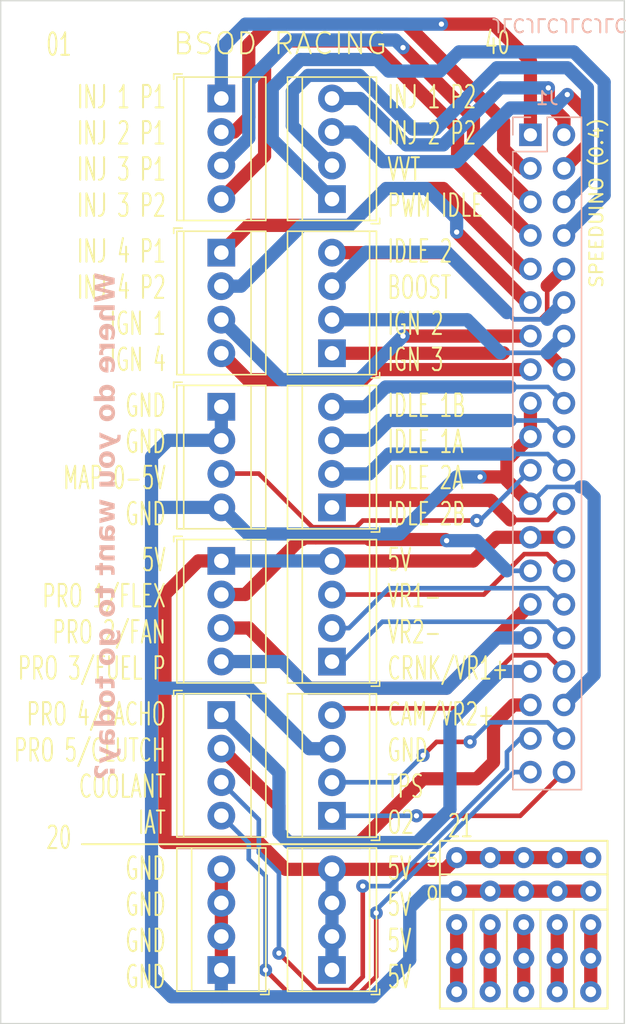
<source format=kicad_pcb>
(kicad_pcb (version 20221018) (generator pcbnew)
  (layers (0 "F.Cu" signal) (31 "B.Cu" signal) (34 "B.Paste" user) (35 "F.Paste" user) (36 "B.SilkS" user "B.Silkscreen") (37 "F.SilkS" user "F.Silkscreen") (38 "B.Mask" user) (39 "F.Mask" user) (44 "Edge.Cuts" user))
  (net 0 "")
  (net 1 "/INJ1_P1")
  (net 2 "/INJ2_P1")
  (net 3 "/INJ3_P1")
  (net 4 "/INJ3_P2")
  (net 5 "/INJ4_P1")
  (net 6 "/INJ4_P2")
  (net 7 "/IGN_1")
  (net 8 "/IGN_4")
  (net 9 "/GND")
  (net 10 "/MAP")
  (net 11 "/5V")
  (net 12 "/PROTO_1")
  (net 13 "/PROTO_2")
  (net 14 "/PROTO_3")
  (net 15 "/PROTO_4")
  (net 16 "/PROTO_5")
  (net 17 "/CLT")
  (net 18 "/IAT")
  (net 19 "/O2")
  (net 20 "/TPS")
  (net 21 "/CAM_VR2+")
  (net 22 "/CRANK_VR1+")
  (net 23 "/VR2-")
  (net 24 "/VR1-")
  (net 25 "/IDLE_STEP_2B")
  (net 26 "/IDLE_STEP_2A")
  (net 27 "/IDLE_STEP_1A")
  (net 28 "/IDLE_STEP_1B")
  (net 29 "/IGN_3")
  (net 30 "/IGN_2")
  (net 31 "/BOOST")
  (net 32 "/IDLE_2")
  (net 33 "/PWM_IDLE")
  (net 34 "/VVT")
  (net 35 "/INJ2_P2")
  (net 36 "/INJ1_P2")
  (net 37 "Net-(J14-Pin_3)")
  (net 38 "Net-(J14-Pin_10)")
  (net 39 "Net-(J14-Pin_13)")
  (net 40 "Net-(J14-Pin_18)")
  (net 41 "Net-(J14-Pin_23)")
  (footprint "TerminalBlock_TE-Connectivity:TerminalBlock_TE_282834-4_1x04_P2.54mm_Horizontal" (layer "F.Cu") (at 177.5 73.4396 90)
    (fp_text reference "J10" hide)
    (fp_text value "Screw_Terminal_01x04" hide)
    (pad "1" thru_hole rect (at 0 0 90) (size 2.1 2.1) (drill 1.1) (layers "*.Cu" "*.Mask") (net 29 "/IGN_3"))
    (pad "2" thru_hole circle (at 2.54 0 90) (size 2.1 2.1) (drill 1.1) (layers "*.Cu" "*.Mask") (net 30 "/IGN_2"))
    (pad "3" thru_hole circle (at 5.08 0 90) (size 2.1 2.1) (drill 1.1) (layers "*.Cu" "*.Mask") (net 31 "/BOOST"))
    (pad "4" thru_hole circle (at 7.62 0 90) (size 2.1 2.1) (drill 1.1) (layers "*.Cu" "*.Mask") (net 32 "/IDLE_2"))
  )
  (footprint "TerminalBlock_TE-Connectivity:TerminalBlock_TE_282834-4_1x04_P2.54mm_Horizontal" (layer "F.Cu") (at 177.5 96.7908 90)
    (fp_text reference "J8" hide)
    (fp_text value "Screw_Terminal_01x04" hide)
    (pad "1" thru_hole rect (at 0 0 90) (size 2.1 2.1) (drill 1.1) (layers "*.Cu" "*.Mask") (net 22 "/CRANK_VR1+"))
    (pad "2" thru_hole circle (at 2.54 0 90) (size 2.1 2.1) (drill 1.1) (layers "*.Cu" "*.Mask") (net 23 "/VR2-"))
    (pad "3" thru_hole circle (at 5.08 0 90) (size 2.1 2.1) (drill 1.1) (layers "*.Cu" "*.Mask") (net 24 "/VR1-"))
    (pad "4" thru_hole circle (at 7.62 0 90) (size 2.1 2.1) (drill 1.1) (layers "*.Cu" "*.Mask") (net 11 "/5V"))
  )
  (footprint "TerminalBlock_TE-Connectivity:TerminalBlock_TE_282834-4_1x04_P2.54mm_Horizontal" (layer "F.Cu") (at 177.5 61.764 90)
    (fp_text reference "J11" hide)
    (fp_text value "Screw_Terminal_01x04" hide)
    (pad "1" thru_hole rect (at 0 0 90) (size 2.1 2.1) (drill 1.1) (layers "*.Cu" "*.Mask") (net 33 "/PWM_IDLE"))
    (pad "2" thru_hole circle (at 2.54 0 90) (size 2.1 2.1) (drill 1.1) (layers "*.Cu" "*.Mask") (net 34 "/VVT"))
    (pad "3" thru_hole circle (at 5.08 0 90) (size 2.1 2.1) (drill 1.1) (layers "*.Cu" "*.Mask") (net 35 "/INJ2_P2"))
    (pad "4" thru_hole circle (at 7.62 0 90) (size 2.1 2.1) (drill 1.1) (layers "*.Cu" "*.Mask") (net 36 "/INJ1_P2"))
  )
  (footprint "TerminalBlock_TE-Connectivity:TerminalBlock_TE_282834-4_1x04_P2.54mm_Horizontal" (layer "F.Cu") (at 177.5 120.142 90)
    (fp_text reference "J13" hide)
    (fp_text value "CONN_EXTRA_5V" hide)
    (pad "1" thru_hole rect (at 0 0 90) (size 2.1 2.1) (drill 1.1) (layers "*.Cu" "*.Mask") (net 11 "/5V"))
    (pad "2" thru_hole circle (at 2.54 0 90) (size 2.1 2.1) (drill 1.1) (layers "*.Cu" "*.Mask") (net 11 "/5V"))
    (pad "3" thru_hole circle (at 5.08 0 90) (size 2.1 2.1) (drill 1.1) (layers "*.Cu" "*.Mask") (net 11 "/5V"))
    (pad "4" thru_hole circle (at 7.62 0 90) (size 2.1 2.1) (drill 1.1) (layers "*.Cu" "*.Mask") (net 11 "/5V"))
  )
  (footprint "TerminalBlock_TE-Connectivity:TerminalBlock_TE_282834-4_1x04_P2.54mm_Horizontal" (layer "F.Cu") (at 177.5 85.1152 90)
    (fp_text reference "J9" hide)
    (fp_text value "Screw_Terminal_01x04" hide)
    (pad "1" thru_hole rect (at 0 0 90) (size 2.1 2.1) (drill 1.1) (layers "*.Cu" "*.Mask") (net 25 "/IDLE_STEP_2B"))
    (pad "2" thru_hole circle (at 2.54 0 90) (size 2.1 2.1) (drill 1.1) (layers "*.Cu" "*.Mask") (net 26 "/IDLE_STEP_2A"))
    (pad "3" thru_hole circle (at 5.08 0 90) (size 2.1 2.1) (drill 1.1) (layers "*.Cu" "*.Mask") (net 27 "/IDLE_STEP_1A"))
    (pad "4" thru_hole circle (at 7.62 0 90) (size 2.1 2.1) (drill 1.1) (layers "*.Cu" "*.Mask") (net 28 "/IDLE_STEP_1B"))
  )
  (footprint "TerminalBlock_TE-Connectivity:TerminalBlock_TE_282834-4_1x04_P2.54mm_Horizontal" (layer "F.Cu") (at 169.118 100.8384 -90)
    (fp_text reference "J6" hide)
    (fp_text value "Screw_Terminal_01x04" hide)
    (pad "1" thru_hole rect (at 0 0 270) (size 2.1 2.1) (drill 1.1) (layers "*.Cu" "*.Mask") (net 15 "/PROTO_4"))
    (pad "2" thru_hole circle (at 2.54 0 270) (size 2.1 2.1) (drill 1.1) (layers "*.Cu" "*.Mask") (net 16 "/PROTO_5"))
    (pad "3" thru_hole circle (at 5.08 0 270) (size 2.1 2.1) (drill 1.1) (layers "*.Cu" "*.Mask") (net 17 "/CLT"))
    (pad "4" thru_hole circle (at 7.62 0 270) (size 2.1 2.1) (drill 1.1) (layers "*.Cu" "*.Mask") (net 18 "/IAT"))
  )
  (footprint "TerminalBlock_TE-Connectivity:TerminalBlock_TE_282834-4_1x04_P2.54mm_Horizontal" (layer "F.Cu") (at 169.118 120.142 90)
    (fp_text reference "J12" hide)
    (fp_text value "CONN_EXTRA_GND" hide)
    (pad "1" thru_hole rect (at 0 0 90) (size 2.1 2.1) (drill 1.1) (layers "*.Cu" "*.Mask") (net 9 "/GND"))
    (pad "2" thru_hole circle (at 2.54 0 90) (size 2.1 2.1) (drill 1.1) (layers "*.Cu" "*.Mask") (net 9 "/GND"))
    (pad "3" thru_hole circle (at 5.08 0 90) (size 2.1 2.1) (drill 1.1) (layers "*.Cu" "*.Mask") (net 9 "/GND"))
    (pad "4" thru_hole circle (at 7.62 0 90) (size 2.1 2.1) (drill 1.1) (layers "*.Cu" "*.Mask") (net 9 "/GND"))
  )
  (footprint "ProtoAreas:PROTO_AREA_5x5_NO_OUTLINE" (layer "F.Cu") (at 186.944 111.633)
    (fp_text reference "J14" hide)
    (fp_text value "PROTO_AREA" hide)
    (pad "1" thru_hole circle (at 0 0) (size 1.6 1.6) (drill 0.8) (layers "*.Cu" "*.Mask") (net 11 "/5V"))
    (pad "2" thru_hole circle (at 0 2.54) (size 1.6 1.6) (drill 0.8) (layers "*.Cu" "*.Mask") (net 9 "/GND"))
    (pad "3" thru_hole circle (at 0 5.08) (size 1.6 1.6) (drill 0.8) (layers "*.Cu" "*.Mask") (net 37 "Net-(J14-Pin_3)"))
    (pad "4" thru_hole circle (at 0 7.62) (size 1.6 1.6) (drill 0.8) (layers "*.Cu" "*.Mask") (net 37 "Net-(J14-Pin_3)"))
    (pad "5" thru_hole circle (at 0 10.16) (size 1.6 1.6) (drill 0.8) (layers "*.Cu" "*.Mask") (net 37 "Net-(J14-Pin_3)"))
    (pad "6" thru_hole circle (at 2.54 0) (size 1.6 1.6) (drill 0.8) (layers "*.Cu" "*.Mask") (net 11 "/5V"))
    (pad "7" thru_hole circle (at 2.54 2.54) (size 1.6 1.6) (drill 0.8) (layers "*.Cu" "*.Mask") (net 9 "/GND"))
    (pad "8" thru_hole circle (at 2.54 5.08) (size 1.6 1.6) (drill 0.8) (layers "*.Cu" "*.Mask") (net 38 "Net-(J14-Pin_10)"))
    (pad "9" thru_hole circle (at 2.54 7.62) (size 1.6 1.6) (drill 0.8) (layers "*.Cu" "*.Mask") (net 38 "Net-(J14-Pin_10)"))
    (pad "10" thru_hole circle (at 2.54 10.16) (size 1.6 1.6) (drill 0.8) (layers "*.Cu" "*.Mask") (net 38 "Net-(J14-Pin_10)"))
    (pad "11" thru_hole circle (at 5.08 0) (size 1.6 1.6) (drill 0.8) (layers "*.Cu" "*.Mask") (net 11 "/5V"))
    (pad "12" thru_hole circle (at 5.08 2.54) (size 1.6 1.6) (drill 0.8) (layers "*.Cu" "*.Mask") (net 9 "/GND"))
    (pad "13" thru_hole circle (at 5.08 5.08) (size 1.6 1.6) (drill 0.8) (layers "*.Cu" "*.Mask") (net 39 "Net-(J14-Pin_13)"))
    (pad "14" thru_hole circle (at 5.08 7.62) (size 1.6 1.6) (drill 0.8) (layers "*.Cu" "*.Mask") (net 39 "Net-(J14-Pin_13)"))
    (pad "15" thru_hole circle (at 5.08 10.16) (size 1.6 1.6) (drill 0.8) (layers "*.Cu" "*.Mask") (net 39 "Net-(J14-Pin_13)"))
    (pad "16" thru_hole circle (at 7.62 0) (size 1.6 1.6) (drill 0.8) (layers "*.Cu" "*.Mask") (net 11 "/5V"))
    (pad "17" thru_hole circle (at 7.62 2.54) (size 1.6 1.6) (drill 0.8) (layers "*.Cu" "*.Mask") (net 9 "/GND"))
    (pad "18" thru_hole circle (at 7.62 5.08) (size 1.6 1.6) (drill 0.8) (layers "*.Cu" "*.Mask") (net 40 "Net-(J14-Pin_18)"))
    (pad "19" thru_hole circle (at 7.62 7.62) (size 1.6 1.6) (drill 0.8) (layers "*.Cu" "*.Mask") (net 40 "Net-(J14-Pin_18)"))
    (pad "20" thru_hole circle (at 7.62 10.16) (size 1.6 1.6) (drill 0.8) (layers "*.Cu" "*.Mask") (net 40 "Net-(J14-Pin_18)"))
    (pad "21" thru_hole circle (at 10.16 0) (size 1.6 1.6) (drill 0.8) (layers "*.Cu" "*.Mask") (net 11 "/5V"))
    (pad "22" thru_hole circle (at 10.16 2.54) (size 1.6 1.6) (drill 0.8) (layers "*.Cu" "*.Mask") (net 9 "/GND"))
    (pad "23" thru_hole circle (at 10.16 5.08) (size 1.6 1.6) (drill 0.8) (layers "*.Cu" "*.Mask") (net 41 "Net-(J14-Pin_23)"))
    (pad "24" thru_hole circle (at 10.16 7.62) (size 1.6 1.6) (drill 0.8) (layers "*.Cu" "*.Mask") (net 41 "Net-(J14-Pin_23)"))
    (pad "25" thru_hole circle (at 10.16 10.16) (size 1.6 1.6) (drill 0.8) (layers "*.Cu" "*.Mask") (net 41 "Net-(J14-Pin_23)"))
  )
  (footprint "TerminalBlock_TE-Connectivity:TerminalBlock_TE_282834-4_1x04_P2.54mm_Horizontal" (layer "F.Cu") (at 169.118 89.1648 -90)
    (fp_text reference "J5" hide)
    (fp_text value "Screw_Terminal_01x04" hide)
    (pad "1" thru_hole rect (at 0 0 270) (size 2.1 2.1) (drill 1.1) (layers "*.Cu" "*.Mask") (net 11 "/5V"))
    (pad "2" thru_hole circle (at 2.54 0 270) (size 2.1 2.1) (drill 1.1) (layers "*.Cu" "*.Mask") (net 12 "/PROTO_1"))
    (pad "3" thru_hole circle (at 5.08 0 270) (size 2.1 2.1) (drill 1.1) (layers "*.Cu" "*.Mask") (net 13 "/PROTO_2"))
    (pad "4" thru_hole circle (at 7.62 0 270) (size 2.1 2.1) (drill 1.1) (layers "*.Cu" "*.Mask") (net 14 "/PROTO_3"))
  )
  (footprint "TerminalBlock_TE-Connectivity:TerminalBlock_TE_282834-4_1x04_P2.54mm_Horizontal" (layer "F.Cu") (at 169.118 77.4912 -90)
    (fp_text reference "J4" hide)
    (fp_text value "Screw_Terminal_01x04" hide)
    (pad "1" thru_hole rect (at 0 0 270) (size 2.1 2.1) (drill 1.1) (layers "*.Cu" "*.Mask") (net 9 "/GND"))
    (pad "2" thru_hole circle (at 2.54 0 270) (size 2.1 2.1) (drill 1.1) (layers "*.Cu" "*.Mask") (net 9 "/GND"))
    (pad "3" thru_hole circle (at 5.08 0 270) (size 2.1 2.1) (drill 1.1) (layers "*.Cu" "*.Mask") (net 10 "/MAP"))
    (pad "4" thru_hole circle (at 7.62 0 270) (size 2.1 2.1) (drill 1.1) (layers "*.Cu" "*.Mask") (net 9 "/GND"))
  )
  (footprint "TerminalBlock_TE-Connectivity:TerminalBlock_TE_282834-4_1x04_P2.54mm_Horizontal" (layer "F.Cu") (at 177.5 108.4664 90)
    (fp_text reference "J7" hide)
    (fp_text value "Screw_Terminal_01x04" hide)
    (pad "1" thru_hole rect (at 0 0 90) (size 2.1 2.1) (drill 1.1) (layers "*.Cu" "*.Mask") (net 19 "/O2"))
    (pad "2" thru_hole circle (at 2.54 0 90) (size 2.1 2.1) (drill 1.1) (layers "*.Cu" "*.Mask") (net 20 "/TPS"))
    (pad "3" thru_hole circle (at 5.08 0 90) (size 2.1 2.1) (drill 1.1) (layers "*.Cu" "*.Mask") (net 9 "/GND"))
    (pad "4" thru_hole circle (at 7.62 0 90) (size 2.1 2.1) (drill 1.1) (layers "*.Cu" "*.Mask") (net 21 "/CAM_VR2+"))
  )
  (footprint "TerminalBlock_TE-Connectivity:TerminalBlock_TE_282834-4_1x04_P2.54mm_Horizontal" (layer "F.Cu") (at 169.118 65.8176 -90)
    (fp_text reference "J3" hide)
    (fp_text value "Screw_Terminal_01x04" hide)
    (pad "1" thru_hole rect (at 0 0 270) (size 2.1 2.1) (drill 1.1) (layers "*.Cu" "*.Mask") (net 5 "/INJ4_P1"))
    (pad "2" thru_hole circle (at 2.54 0 270) (size 2.1 2.1) (drill 1.1) (layers "*.Cu" "*.Mask") (net 6 "/INJ4_P2"))
    (pad "3" thru_hole circle (at 5.08 0 270) (size 2.1 2.1) (drill 1.1) (layers "*.Cu" "*.Mask") (net 7 "/IGN_1"))
    (pad "4" thru_hole circle (at 7.62 0 270) (size 2.1 2.1) (drill 1.1) (layers "*.Cu" "*.Mask") (net 8 "/IGN_4"))
  )
  (footprint "TerminalBlock_TE-Connectivity:TerminalBlock_TE_282834-4_1x04_P2.54mm_Horizontal" (layer "F.Cu") (at 169.118 54.144 -90)
    (fp_text reference "J2" hide)
    (fp_text value "Screw_Terminal_01x04" hide)
    (pad "1" thru_hole rect (at 0 0 270) (size 2.1 2.1) (drill 1.1) (layers "*.Cu" "*.Mask") (net 1 "/INJ1_P1"))
    (pad "2" thru_hole circle (at 2.54 0 270) (size 2.1 2.1) (drill 1.1) (layers "*.Cu" "*.Mask") (net 2 "/INJ2_P1"))
    (pad "3" thru_hole circle (at 5.08 0 270) (size 2.1 2.1) (drill 1.1) (layers "*.Cu" "*.Mask") (net 3 "/INJ3_P1"))
    (pad "4" thru_hole circle (at 7.62 0 270) (size 2.1 2.1) (drill 1.1) (layers "*.Cu" "*.Mask") (net 4 "/INJ3_P2"))
  )
  (footprint "SpeeduinoConnector:PinSocket_2x20_P2.54mm_Vertical_CounterClockwise" (layer "B.Cu") (at 192.532 56.896 180)
    (fp_text reference "J1" (at -1.27 2.77) (layer "B.SilkS") (effects (justify mirror)))
    (fp_text value "Conn_Speeduino" hide)
    (pad "1" thru_hole rect (at 0 0 180) (size 1.7 1.7) (drill 1) (layers "*.Cu" "*.Mask") (net 1 "/INJ1_P1"))
    (pad "2" thru_hole oval (at 0 -2.54 180) (size 1.7 1.7) (drill 1) (layers "*.Cu" "*.Mask") (net 2 "/INJ2_P1"))
    (pad "3" thru_hole oval (at 0 -5.08 180) (size 1.7 1.7) (drill 1) (layers "*.Cu" "*.Mask") (net 3 "/INJ3_P1"))
    (pad "4" thru_hole oval (at 0 -7.62 180) (size 1.7 1.7) (drill 1) (layers "*.Cu" "*.Mask") (net 4 "/INJ3_P2"))
    (pad "5" thru_hole oval (at 0 -10.16 180) (size 1.7 1.7) (drill 1) (layers "*.Cu" "*.Mask") (net 5 "/INJ4_P1"))
    (pad "6" thru_hole oval (at 0 -12.7 180) (size 1.7 1.7) (drill 1) (layers "*.Cu" "*.Mask") (net 6 "/INJ4_P2"))
    (pad "7" thru_hole oval (at 0 -15.24 180) (size 1.7 1.7) (drill 1) (layers "*.Cu" "*.Mask") (net 7 "/IGN_1"))
    (pad "8" thru_hole oval (at 0 -17.78 180) (size 1.7 1.7) (drill 1) (layers "*.Cu" "*.Mask") (net 8 "/IGN_4"))
    (pad "9" thru_hole oval (at 0 -20.32 180) (size 1.7 1.7) (drill 1) (layers "*.Cu" "*.Mask") (net 9 "/GND"))
    (pad "10" thru_hole oval (at 0 -22.86 180) (size 1.7 1.7) (drill 1) (layers "*.Cu" "*.Mask") (net 9 "/GND"))
    (pad "11" thru_hole oval (at 0 -25.4 180) (size 1.7 1.7) (drill 1) (layers "*.Cu" "*.Mask") (net 10 "/MAP"))
    (pad "12" thru_hole oval (at 0 -27.94 180) (size 1.7 1.7) (drill 1) (layers "*.Cu" "*.Mask") (net 9 "/GND"))
    (pad "13" thru_hole oval (at 0 -30.48 180) (size 1.7 1.7) (drill 1) (layers "*.Cu" "*.Mask") (net 11 "/5V"))
    (pad "14" thru_hole oval (at 0 -33.02 180) (size 1.7 1.7) (drill 1) (layers "*.Cu" "*.Mask") (net 12 "/PROTO_1"))
    (pad "15" thru_hole oval (at 0 -35.56 180) (size 1.7 1.7) (drill 1) (layers "*.Cu" "*.Mask") (net 13 "/PROTO_2"))
    (pad "16" thru_hole oval (at 0 -38.1 180) (size 1.7 1.7) (drill 1) (layers "*.Cu" "*.Mask") (net 14 "/PROTO_3"))
    (pad "17" thru_hole oval (at 0 -40.64 180) (size 1.7 1.7) (drill 1) (layers "*.Cu" "*.Mask") (net 15 "/PROTO_4"))
    (pad "18" thru_hole oval (at 0 -43.18 180) (size 1.7 1.7) (drill 1) (layers "*.Cu" "*.Mask") (net 16 "/PROTO_5"))
    (pad "19" thru_hole oval (at 0 -45.72 180) (size 1.7 1.7) (drill 1) (layers "*.Cu" "*.Mask") (net 17 "/CLT"))
    (pad "20" thru_hole oval (at 0 -48.26 180) (size 1.7 1.7) (drill 1) (layers "*.Cu" "*.Mask") (net 18 "/IAT"))
    (pad "21" thru_hole oval (at -2.54 -48.26 180) (size 1.7 1.7) (drill 1) (layers "*.Cu" "*.Mask") (net 19 "/O2"))
    (pad "22" thru_hole oval (at -2.54 -45.72 180) (size 1.7 1.7) (drill 1) (layers "*.Cu" "*.Mask") (net 20 "/TPS"))
    (pad "23" thru_hole oval (at -2.54 -43.18 180) (size 1.7 1.7) (drill 1) (layers "*.Cu" "*.Mask") (net 9 "/GND"))
    (pad "24" thru_hole oval (at -2.54 -40.64 180) (size 1.7 1.7) (drill 1) (layers "*.Cu" "*.Mask") (net 21 "/CAM_VR2+"))
    (pad "25" thru_hole oval (at -2.54 -38.1 180) (size 1.7 1.7) (drill 1) (layers "*.Cu" "*.Mask") (net 22 "/CRANK_VR1+"))
    (pad "26" thru_hole oval (at -2.54 -35.56 180) (size 1.7 1.7) (drill 1) (layers "*.Cu" "*.Mask") (net 23 "/VR2-"))
    (pad "27" thru_hole oval (at -2.54 -33.02 180) (size 1.7 1.7) (drill 1) (layers "*.Cu" "*.Mask") (net 24 "/VR1-"))
    (pad "28" thru_hole oval (at -2.54 -30.48 180) (size 1.7 1.7) (drill 1) (layers "*.Cu" "*.Mask") (net 11 "/5V"))
    (pad "29" thru_hole oval (at -2.54 -27.94 180) (size 1.7 1.7) (drill 1) (layers "*.Cu" "*.Mask") (net 25 "/IDLE_STEP_2B"))
    (pad "30" thru_hole oval (at -2.54 -25.4 180) (size 1.7 1.7) (drill 1) (layers "*.Cu" "*.Mask") (net 26 "/IDLE_STEP_2A"))
    (pad "31" thru_hole oval (at -2.54 -22.86 180) (size 1.7 1.7) (drill 1) (layers "*.Cu" "*.Mask") (net 27 "/IDLE_STEP_1A"))
    (pad "32" thru_hole oval (at -2.54 -20.32 180) (size 1.7 1.7) (drill 1) (layers "*.Cu" "*.Mask") (net 28 "/IDLE_STEP_1B"))
    (pad "33" thru_hole oval (at -2.54 -17.78 180) (size 1.7 1.7) (drill 1) (layers "*.Cu" "*.Mask") (net 29 "/IGN_3"))
    (pad "34" thru_hole oval (at -2.54 -15.24 180) (size 1.7 1.7) (drill 1) (layers "*.Cu" "*.Mask") (net 30 "/IGN_2"))
    (pad "35" thru_hole oval (at -2.54 -12.7 180) (size 1.7 1.7) (drill 1) (layers "*.Cu" "*.Mask") (net 31 "/BOOST"))
    (pad "36" thru_hole oval (at -2.54 -10.16 180) (size 1.7 1.7) (drill 1) (layers "*.Cu" "*.Mask") (net 32 "/IDLE_2"))
    (pad "37" thru_hole oval (at -2.54 -7.62 180) (size 1.7 1.7) (drill 1) (layers "*.Cu" "*.Mask") (net 33 "/PWM_IDLE"))
    (pad "38" thru_hole oval (at -2.54 -5.08 180) (size 1.7 1.7) (drill 1) (layers "*.Cu" "*.Mask") (net 34 "/VVT"))
    (pad "39" thru_hole oval (at -2.54 -2.54 180) (size 1.7 1.7) (drill 1) (layers "*.Cu" "*.Mask") (net 35 "/INJ2_P2"))
    (pad "40" thru_hole oval (at -2.54 0 180) (size 1.7 1.7) (drill 1) (layers "*.Cu" "*.Mask") (net 36 "/INJ1_P2"))
  )
  (gr_line (start 188.214 115.57) (end 188.214 117.983) (stroke (width 0.15)) (layer "F.SilkS"))
  (gr_line (start 190.754 120.523) (end 190.754 117.983) (stroke (width 0.15)) (layer "F.SilkS"))
  (gr_line (start 198.374 115.57) (end 185.674 115.57) (stroke (width 0.15)) (layer "F.SilkS"))
  (gr_line (start 185.674 112.903) (end 198.374 112.903) (stroke (width 0.15)) (layer "F.SilkS"))
  (gr_line (start 185.674 123.063) (end 185.674 115.57) (stroke (width 0.15)) (layer "F.SilkS"))
  (gr_line (start 185.674 110.363) (end 198.374 110.363) (stroke (width 0.15)) (layer "F.SilkS"))
  (gr_line (start 195.834 117.983) (end 195.834 120.523) (stroke (width 0.15)) (layer "F.SilkS"))
  (gr_line (start 158.5595 110.617) (end 185.039 110.617) (stroke (width 0.15)) (layer "F.SilkS"))
  (gr_line (start 198.374 110.363) (end 198.374 112.903) (stroke (width 0.15)) (layer "F.SilkS"))
  (gr_line (start 190.754 120.523) (end 190.754 123.063) (stroke (width 0.15)) (layer "F.SilkS"))
  (gr_line (start 188.214 120.523) (end 188.214 123.063) (stroke (width 0.15)) (layer "F.SilkS"))
  (gr_line (start 190.754 115.57) (end 190.754 117.983) (stroke (width 0.15)) (layer "F.SilkS"))
  (gr_line (start 198.374 123.063) (end 185.674 123.063) (stroke (width 0.15)) (layer "F.SilkS"))
  (gr_line (start 198.374 112.903) (end 198.374 115.57) (stroke (width 0.15)) (layer "F.SilkS"))
  (gr_line (start 193.294 120.523) (end 193.294 123.063) (stroke (width 0.15)) (layer "F.SilkS"))
  (gr_line (start 198.374 115.57) (end 198.374 123.063) (stroke (width 0.15)) (layer "F.SilkS"))
  (gr_line (start 195.834 115.57) (end 195.834 117.983) (stroke (width 0.15)) (layer "F.SilkS"))
  (gr_line (start 188.214 117.983) (end 188.214 120.523) (stroke (width 0.15)) (layer "F.SilkS"))
  (gr_line (start 193.294 115.57) (end 193.294 117.983) (stroke (width 0.15)) (layer "F.SilkS"))
  (gr_line (start 185.674 115.57) (end 185.674 112.903) (stroke (width 0.15)) (layer "F.SilkS"))
  (gr_line (start 193.294 117.983) (end 193.294 120.523) (stroke (width 0.15)) (layer "F.SilkS"))
  (gr_line (start 185.674 112.903) (end 185.674 110.363) (stroke (width 0.15)) (layer "F.SilkS"))
  (gr_line (start 195.834 120.523) (end 195.834 123.063) (stroke (width 0.15)) (layer "F.SilkS"))
  (gr_rect (start 152.4 46.736) (end 199.644 124.206) (stroke (width 0.1)) (fill none) (layer "Edge.Cuts"))
  (gr_text "Where do you want to go today?" (at 161.29 67.31 90) (layer "B.SilkS") (effects (font (size 1.5 1.5) (thickness 0.3) bold) (justify left bottom mirror)))
  (gr_text "JLCJLCJLCJLC" (at 189.484 48.006 180) (layer "B.SilkS") (effects (font (size 1 1)) (justify left bottom mirror)))
  (gr_text "5V\nVR1-\nVR2-\nCRNK/VR1+" (at 181.61 98.298) (layer "F.SilkS") (effects (font (size 1.7 1)) (justify left bottom)))
  (gr_text "40" (at 188.976 50.927) (layer "F.SilkS") (effects (font (size 1.7 1)) (justify left bottom)))
  (gr_text "01" (at 157.861 51.054) (layer "F.SilkS") (effects (font (size 1.7 1)) (justify right bottom)))
  (gr_text "GND\nGND\nMAP 0-5V\nGND" (at 165 86.614) (layer "F.SilkS") (effects (font (size 1.7 1)) (justify right bottom)))
  (gr_text "0" (at 184.531 114.935) (layer "F.SilkS") (effects (font (size 1 1)) (justify left bottom)))
  (gr_text "SPEEDUINO (0.4)" (at 198.12 68.58 90) (layer "F.SilkS") (effects (font (size 1 1)) (justify left bottom)))
  (gr_text "GND\nGND\nGND\nGND" (at 165 121.666) (layer "F.SilkS") (effects (font (size 1.7 1)) (justify right bottom)))
  (gr_text "IDLE 1B\nIDLE 1A\nIDLE 2A\nIDLE 2B" (at 181.61 86.614) (layer "F.SilkS") (effects (font (size 1.7 1)) (justify left bottom)))
  (gr_text "INJ 1 P1\nINJ 2 P1\nINJ 3 P1\nINJ 3 P2" (at 165 63.246) (layer "F.SilkS") (effects (font (size 1.7 1)) (justify right bottom)))
  (gr_text "INJ 1 P2\nINJ 2 P2\nVVT\nPWM IDLE" (at 181.61 63.246) (layer "F.SilkS") (effects (font (size 1.7 1)) (justify left bottom)))
  (gr_text "5V\n5V\n5V\n5V" (at 181.61 121.666) (layer "F.SilkS") (effects (font (size 1.7 1)) (justify left bottom)))
  (gr_text "INJ 4 P1\nINJ 4 P2\nIGN 1\nIGN 4" (at 165 74.93) (layer "F.SilkS") (effects (font (size 1.7 1)) (justify right bottom)))
  (gr_text "PRO 4/TACHO\nPRO 5/CLUTCH\nCOOLANT\nIAT" (at 165 109.982) (layer "F.SilkS") (effects (font (size 1.7 1)) (justify right bottom)))
  (gr_text "21" (at 186.182 110.236) (layer "F.SilkS") (effects (font (size 1.7 1)) (justify left bottom)))
  (gr_text "IDLE 2\nBOOST\nIGN 2\nIGN 3" (at 181.61 74.93) (layer "F.SilkS") (effects (font (size 1.7 1)) (justify left bottom)))
  (gr_text "5V\nPRO 1/FLEX\nPRO 2/FAN\nPRO 3/FUEL P" (at 165 98.298) (layer "F.SilkS") (effects (font (size 1.7 1)) (justify right bottom)))
  (gr_text "CAM/VR2+\nGND\nTPS\nO2" (at 181.61 109.982) (layer "F.SilkS") (effects (font (size 1.7 1)) (justify left bottom)))
  (gr_text "20" (at 157.861 111.125) (layer "F.SilkS") (effects (font (size 1.7 1)) (justify right bottom)))
  (gr_text "5" (at 184.531 112.395) (layer "F.SilkS") (effects (font (size 1 1)) (justify left bottom)))
  (gr_text "BSOD RACING" (at 165.354 50.927) (layer "F.SilkS") (effects (font (size 1.6 1.6)) (justify left bottom)))
  (segment (start 192.532 51.308) (end 192.532 56.896) (width 1) (layer "F.Cu") (net 1))
  (segment (start 189.738 48.514) (end 192.532 51.308) (width 1) (layer "F.Cu") (net 1))
  (segment (start 185.79 48.514) (end 189.738 48.514) (width 1) (layer "F.Cu") (net 1))
  (via (at 185.79 48.514) (size 1) (drill 0.4) (layers "F.Cu" "B.Cu") (net 1))
  (segment (start 185.79 48.514) (end 170.942 48.514) (width 1) (layer "B.Cu") (net 1))
  (segment (start 169.118 50.338) (end 169.118 54.144) (width 1) (layer "B.Cu") (net 1))
  (segment (start 170.942 48.514) (end 169.118 50.338) (width 1) (layer "B.Cu") (net 1))
  (segment (start 190.5 57.964) (end 190.5 55.88) (width 1) (layer "F.Cu") (net 2))
  (segment (start 183.134 48.514) (end 172.72 48.514) (width 1) (layer "F.Cu") (net 2))
  (segment (start 171.196 50.038) (end 171.196 55.566) (width 1) (layer "F.Cu") (net 2))
  (segment (start 172.72 48.514) (end 171.196 50.038) (width 1) (layer "F.Cu") (net 2))
  (segment (start 170.078 56.684) (end 169.118 56.684) (width 1) (layer "F.Cu") (net 2))
  (segment (start 190.5 55.88) (end 183.134 48.514) (width 1) (layer "F.Cu") (net 2))
  (segment (start 191.972 59.436) (end 190.5 57.964) (width 1) (layer "F.Cu") (net 2))
  (segment (start 192.532 59.436) (end 191.972 59.436) (width 1) (layer "F.Cu") (net 2))
  (segment (start 171.196 55.566) (end 170.078 56.684) (width 1) (layer "F.Cu") (net 2))
  (segment (start 188.214 55.372) (end 188.214 57.658) (width 1) (layer "F.Cu") (net 3))
  (segment (start 187.96 55.372) (end 188.214 55.372) (width 1) (layer "F.Cu") (net 3))
  (segment (start 188.214 57.658) (end 192.532 61.976) (width 1) (layer "F.Cu") (net 3))
  (segment (start 182.88 50.292) (end 187.96 55.372) (width 1) (layer "F.Cu") (net 3))
  (via (at 182.88 50.292) (size 1) (drill 0.4) (layers "F.Cu" "B.Cu") (net 3))
  (segment (start 171.196 52.832) (end 171.196 57.146) (width 1) (layer "B.Cu") (net 3))
  (segment (start 171.196 57.146) (end 169.118 59.224) (width 1) (layer "B.Cu") (net 3))
  (segment (start 174.314 49.714) (end 171.196 52.832) (width 1) (layer "B.Cu") (net 3))
  (segment (start 182.88 50.292) (end 182.302 49.714) (width 1) (layer "B.Cu") (net 3))
  (segment (start 182.302 49.714) (end 174.314 49.714) (width 1) (layer "B.Cu") (net 3))
  (segment (start 174.244 49.784) (end 180.34 49.784) (width 1) (layer "F.Cu") (net 4))
  (segment (start 172.396 58.486) (end 172.396 51.632) (width 1) (layer "F.Cu") (net 4))
  (segment (start 169.118 61.764) (end 172.396 58.486) (width 1) (layer "F.Cu") (net 4))
  (segment (start 172.396 51.632) (end 174.244 49.784) (width 1) (layer "F.Cu") (net 4))
  (segment (start 180.34 49.784) (end 187.014 56.458) (width 1) (layer "F.Cu") (net 4))
  (segment (start 187.014 58.998) (end 192.532 64.516) (width 1) (layer "F.Cu") (net 4))
  (segment (start 187.014 56.458) (end 187.014 58.998) (width 1) (layer "F.Cu") (net 4))
  (segment (start 181.61 60.96) (end 185.928 60.96) (width 1) (layer "F.Cu") (net 5))
  (segment (start 171.1816 63.754) (end 178.816 63.754) (width 1) (layer "F.Cu") (net 5))
  (segment (start 169.118 65.8176) (end 171.1816 63.754) (width 1) (layer "F.Cu") (net 5))
  (segment (start 192.024 67.056) (end 192.532 67.056) (width 1) (layer "F.Cu") (net 5))
  (segment (start 185.928 60.96) (end 192.024 67.056) (width 1) (layer "F.Cu") (net 5))
  (segment (start 178.816 63.754) (end 181.61 60.96) (width 1) (layer "F.Cu") (net 5))
  (segment (start 186.944 64.262) (end 192.278 69.596) (width 1) (layer "F.Cu") (net 6))
  (via (at 186.944 64.262) (size 1) (drill 0.4) (layers "F.Cu" "B.Cu") (net 6))
  (segment (start 181.61 60.96) (end 178.816 63.754) (width 1) (layer "B.Cu") (net 6))
  (segment (start 175.206524 63.754) (end 170.602924 68.3576) (width 1) (layer "B.Cu") (net 6))
  (segment (start 186.944 63.246) (end 184.658 60.96) (width 1) (layer "B.Cu") (net 6))
  (segment (start 170.602924 68.3576) (end 169.118 68.3576) (width 1) (layer "B.Cu") (net 6))
  (segment (start 186.944 64.262) (end 186.944 63.246) (width 1) (layer "B.Cu") (net 6))
  (segment (start 184.658 60.96) (end 181.61 60.96) (width 1) (layer "B.Cu") (net 6))
  (segment (start 178.816 63.754) (end 175.206524 63.754) (width 1) (layer "B.Cu") (net 6))
  (segment (start 182.88 72.136) (end 192.532 72.136) (width 1) (layer "F.Cu") (net 7))
  (via (at 182.88 72.136) (size 1) (drill 0.4) (layers "F.Cu" "B.Cu") (net 7))
  (segment (start 179.578 75.438) (end 173.6584 75.438) (width 1) (layer "B.Cu") (net 7))
  (segment (start 182.88 72.136) (end 179.578 75.438) (width 1) (layer "B.Cu") (net 7))
  (segment (start 173.6584 75.438) (end 169.118 70.8976) (width 1) (layer "B.Cu") (net 7))
  (segment (start 171.1184 75.438) (end 179.8432 75.438) (width 1) (layer "F.Cu") (net 8))
  (segment (start 169.118 73.4376) (end 171.1184 75.438) (width 1) (layer "F.Cu") (net 8))
  (segment (start 179.8432 75.438) (end 180.6052 74.676) (width 1) (layer "F.Cu") (net 8))
  (segment (start 180.6052 74.676) (end 192.532 74.676) (width 1) (layer "F.Cu") (net 8))
  (segment (start 190.5 82.804) (end 188.722 82.804) (width 1) (layer "F.Cu") (net 9))
  (segment (start 192.532 84.836) (end 190.754 83.058) (width 1) (layer "F.Cu") (net 9))
  (segment (start 190.754 81.534) (end 192.532 79.756) (width 1) (layer "F.Cu") (net 9))
  (segment (start 190.754 82.55) (end 190.5 82.804) (width 1) (layer "F.Cu") (net 9))
  (segment (start 192.532 77.216) (end 192.532 79.756) (width 1) (layer "F.Cu") (net 9))
  (segment (start 186.944 114.173) (end 197.104 114.173) (width 1) (layer "F.Cu") (net 9))
  (segment (start 169.118 120.142) (end 169.118 112.522) (width 1) (layer "F.Cu") (net 9))
  (segment (start 190.754 82.55) (end 190.754 81.534) (width 1) (layer "F.Cu") (net 9))
  (segment (start 190.754 83.058) (end 190.754 82.55) (width 1) (layer "F.Cu") (net 9))
  (via (at 188.722 82.804) (size 1) (drill 0.4) (layers "F.Cu" "B.Cu") (net 9))
  (segment (start 163.83 85.09) (end 163.83 81.28) (width 1) (layer "B.Cu") (net 9))
  (segment (start 165.354 122.174) (end 163.83 120.65) (width 1) (layer "B.Cu") (net 9))
  (segment (start 197.358 84.328) (end 196.596 83.566) (width 1) (layer "B.Cu") (net 9))
  (segment (start 180.594 122.174) (end 183.388 119.38) (width 1) (layer "B.Cu") (net 9))
  (segment (start 186.944 82.804) (end 182.626 87.122) (width 1) (layer "B.Cu") (net 9))
  (segment (start 165.0788 80.0312) (end 169.118 80.0312) (width 1) (layer "B.Cu") (net 9))
  (segment (start 171.196 98.806) (end 164.084 98.806) (width 1) (layer "B.Cu") (net 9))
  (segment (start 163.83 81.28) (end 165.0788 80.0312) (width 1) (layer "B.Cu") (net 9))
  (segment (start 197.358 97.79) (end 197.358 84.328) (width 1) (layer "B.Cu") (net 9))
  (segment (start 183.388 119.38) (end 183.388 115.443) (width 1) (layer "B.Cu") (net 9))
  (segment (start 193.802 83.566) (end 196.342 83.566) (width 0.35) (layer "B.Cu") (net 9))
  (segment (start 188.722 82.804) (end 186.944 82.804) (width 1) (layer "B.Cu") (net 9))
  (segment (start 163.83 120.65) (end 163.83 99.06) (width 1) (layer "B.Cu") (net 9))
  (segment (start 163.8512 85.1112) (end 163.83 85.09) (width 1) (layer "B.Cu") (net 9))
  (segment (start 192.532 84.836) (end 193.802 83.566) (width 0.35) (layer "B.Cu") (net 9))
  (segment (start 196.596 83.566) (end 196.342 83.566) (width 1) (layer "B.Cu") (net 9))
  (segment (start 183.388 115.443) (end 184.658 114.173) (width 1) (layer "B.Cu") (net 9))
  (segment (start 184.658 114.173) (end 186.944 114.173) (width 1) (layer "B.Cu") (net 9))
  (segment (start 163.83 99.06) (end 163.83 85.09) (width 1) (layer "B.Cu") (net 9))
  (segment (start 182.626 87.122) (end 171.1288 87.122) (width 1) (layer "B.Cu") (net 9))
  (segment (start 195.072 100.076) (end 197.358 97.79) (width 1) (layer "B.Cu") (net 9))
  (segment (start 164.084 98.806) (end 163.83 99.06) (width 1) (layer "B.Cu") (net 9))
  (segment (start 169.118 122.128) (end 169.164 122.174) (width 1) (layer "B.Cu") (net 9))
  (segment (start 175.7764 103.3864) (end 171.196 98.806) (width 1) (layer "B.Cu") (net 9))
  (segment (start 169.164 122.174) (end 180.594 122.174) (width 1) (layer "B.Cu") (net 9))
  (segment (start 169.118 77.4912) (end 169.118 80.0312) (width 1) (layer "B.Cu") (net 9))
  (segment (start 169.118 120.142) (end 169.118 122.128) (width 1) (layer "B.Cu") (net 9))
  (segment (start 171.1288 87.122) (end 169.118 85.1112) (width 1) (layer "B.Cu") (net 9))
  (segment (start 169.164 122.174) (end 165.354 122.174) (width 1) (layer "B.Cu") (net 9))
  (segment (start 169.118 85.1112) (end 163.8512 85.1112) (width 1) (layer "B.Cu") (net 9))
  (segment (start 177.5 103.3864) (end 175.7764 103.3864) (width 1) (layer "B.Cu") (net 9))
  (segment (start 179.324 86.614) (end 179.832 86.106) (width 0.35) (layer "F.Cu") (net 10))
  (segment (start 176.022 86.614) (end 179.324 86.614) (width 0.35) (layer "F.Cu") (net 10))
  (segment (start 171.958 82.55) (end 176.022 86.614) (width 0.35) (layer "F.Cu") (net 10))
  (segment (start 169.1392 82.55) (end 171.958 82.55) (width 0.35) (layer "F.Cu") (net 10))
  (segment (start 179.832 86.106) (end 188.468 86.106) (width 0.35) (layer "F.Cu") (net 10))
  (segment (start 169.118 82.5712) (end 169.1392 82.55) (width 0.35) (layer "F.Cu") (net 10))
  (via (at 188.468 86.106) (size 1) (drill 0.4) (layers "F.Cu" "B.Cu") (net 10))
  (segment (start 188.722 86.106) (end 192.532 82.296) (width 0.35) (layer "B.Cu") (net 10))
  (segment (start 188.468 86.106) (end 188.722 86.106) (width 0.35) (layer "B.Cu") (net 10))
  (segment (start 171.958 110.49) (end 164.846 110.49) (width 1) (layer "F.Cu") (net 11))
  (segment (start 177.5 112.522) (end 186.055 112.522) (width 1) (layer "F.Cu") (net 11))
  (segment (start 164.846 91.694) (end 167.3752 89.1648) (width 1) (layer "F.Cu") (net 11))
  (segment (start 173.99 112.522) (end 171.958 110.49) (width 1) (layer "F.Cu") (net 11))
  (segment (start 167.3752 89.1648) (end 169.118 89.1648) (width 1) (layer "F.Cu") (net 11))
  (segment (start 189.992 87.376) (end 188.1972 89.1708) (width 1) (layer "F.Cu") (net 11))
  (segment (start 192.532 87.376) (end 189.992 87.376) (width 1) (layer "F.Cu") (net 11))
  (segment (start 164.846 110.49) (end 164.846 91.694) (width 1) (layer "F.Cu") (net 11))
  (segment (start 188.1972 89.1708) (end 177.5 89.1708) (width 1) (layer "F.Cu") (net 11))
  (segment (start 192.532 87.376) (end 195.072 87.376) (width 1) (layer "F.Cu") (net 11))
  (segment (start 186.944 111.633) (end 197.104 111.633) (width 1) (layer "F.Cu") (net 11))
  (segment (start 186.055 112.522) (end 186.944 111.633) (width 1) (layer "F.Cu") (net 11))
  (segment (start 177.5 112.522) (end 173.99 112.522) (width 1) (layer "F.Cu") (net 11))
  (segment (start 177.5 120.142) (end 177.5 112.522) (width 1) (layer "B.Cu") (net 11))
  (segment (start 169.118 89.1648) (end 177.494 89.1648) (width 1) (layer "B.Cu") (net 11))
  (segment (start 175.26 87.5458) (end 175.0902 87.5458) (width 1) (layer "F.Cu") (net 12))
  (segment (start 180.34 87.5458) (end 186.0978 87.5458) (width 1) (layer "F.Cu") (net 12))
  (segment (start 170.9312 91.7048) (end 169.118 91.7048) (width 1) (layer "F.Cu") (net 12))
  (segment (start 175.0902 87.5458) (end 170.9312 91.7048) (width 1) (layer "F.Cu") (net 12))
  (segment (start 175.26 87.5458) (end 176.276 87.5458) (width 0.75) (layer "F.Cu") (net 12))
  (segment (start 176.276 87.5458) (end 175.0902 87.5458) (width 0.35) (layer "F.Cu") (net 12))
  (segment (start 186.0978 87.5458) (end 186.182 87.63) (width 0.35) (layer "F.Cu") (net 12))
  (segment (start 180.34 87.5458) (end 176.276 87.5458) (width 0.75) (layer "F.Cu") (net 12))
  (via (at 186.182 87.63) (size 1) (drill 0.4) (layers "F.Cu" "B.Cu") (net 12))
  (segment (start 186.182 87.63) (end 188.468 87.63) (width 1) (layer "B.Cu") (net 12))
  (segment (start 188.468 87.63) (end 190.754 89.916) (width 1) (layer "B.Cu") (net 12))
  (segment (start 190.754 89.916) (end 192.532 89.916) (width 0.35) (layer "B.Cu") (net 12))
  (segment (start 186.182 98.806) (end 192.532 92.456) (width 1) (layer "F.Cu") (net 13))
  (segment (start 171.2068 94.2448) (end 175.768 98.806) (width 1) (layer "F.Cu") (net 13))
  (segment (start 175.768 98.806) (end 186.182 98.806) (width 1) (layer "F.Cu") (net 13))
  (segment (start 169.118 94.2448) (end 171.2068 94.2448) (width 1) (layer "F.Cu") (net 13))
  (segment (start 169.118 96.7848) (end 173.7468 96.7848) (width 1) (layer "B.Cu") (net 14))
  (segment (start 173.7468 96.7848) (end 175.768 98.806) (width 1) (layer "B.Cu") (net 14))
  (segment (start 186.182 98.806) (end 189.992 94.996) (width 1) (layer "B.Cu") (net 14))
  (segment (start 175.768 98.806) (end 186.182 98.806) (width 1) (layer "B.Cu") (net 14))
  (segment (start 189.992 94.996) (end 192.532 94.996) (width 1) (layer "B.Cu") (net 14))
  (segment (start 186.436 107.990035) (end 186.436 101.359365) (width 1) (layer "B.Cu") (net 15))
  (segment (start 173.482 109.728) (end 174.244 110.49) (width 1) (layer "B.Cu") (net 15))
  (segment (start 190.259365 97.536) (end 192.532 97.536) (width 1) (layer "B.Cu") (net 15))
  (segment (start 169.118 100.8384) (end 173.482 105.2024) (width 1) (layer "B.Cu") (net 15))
  (segment (start 186.436 101.359365) (end 190.259365 97.536) (width 1) (layer "B.Cu") (net 15))
  (segment (start 183.936035 110.49) (end 186.436 107.990035) (width 1) (layer "B.Cu") (net 15))
  (segment (start 174.244 110.49) (end 183.936035 110.49) (width 1) (layer "B.Cu") (net 15))
  (segment (start 173.482 105.2024) (end 173.482 109.728) (width 1) (layer "B.Cu") (net 15))
  (segment (start 188.468 105.664) (end 189.738 104.394) (width 1) (layer "F.Cu") (net 16))
  (segment (start 189.738 104.394) (end 189.738 101.576764) (width 1) (layer "F.Cu") (net 16))
  (segment (start 189.738 101.576764) (end 191.238765 100.076) (width 1) (layer "F.Cu") (net 16))
  (segment (start 191.238765 100.076) (end 192.532 100.076) (width 1) (layer "F.Cu") (net 16))
  (segment (start 179.578 110.49) (end 184.404 105.664) (width 1) (layer "F.Cu") (net 16))
  (segment (start 174.244 110.49) (end 179.578 110.49) (width 1) (layer "F.Cu") (net 16))
  (segment (start 169.118 103.3784) (end 173.482 107.7424) (width 1) (layer "F.Cu") (net 16))
  (segment (start 173.482 107.7424) (end 173.482 109.728) (width 1) (layer "F.Cu") (net 16))
  (segment (start 173.482 109.728) (end 174.244 110.49) (width 1) (layer "F.Cu") (net 16))
  (segment (start 184.404 105.664) (end 188.468 105.664) (width 1) (layer "F.Cu") (net 16))
  (segment (start 179.832 113.792) (end 179.832 120.66) (width 0.35) (layer "F.Cu") (net 17))
  (segment (start 179.832 120.66) (end 178.826 121.666) (width 0.35) (layer "F.Cu") (net 17))
  (segment (start 176.276 121.666) (end 173.482 118.872) (width 0.35) (layer "F.Cu") (net 17))
  (segment (start 178.826 121.666) (end 176.276 121.666) (width 0.35) (layer "F.Cu") (net 17))
  (via (at 179.832 113.792) (size 1) (drill 0.4) (layers "F.Cu" "B.Cu") (net 17))
  (via (at 173.482 118.872) (size 1) (drill 0.4) (layers "F.Cu" "B.Cu") (net 17))
  (segment (start 190.754 103.632) (end 191.77 102.616) (width 0.35) (layer "B.Cu") (net 17))
  (segment (start 169.118 105.9184) (end 171.958 108.7584) (width 0.35) (layer "B.Cu") (net 17))
  (segment (start 171.958 111.252) (end 173.482 112.776) (width 0.35) (layer "B.Cu") (net 17))
  (segment (start 179.832 113.792) (end 181.871471 113.792) (width 0.35) (layer "B.Cu") (net 17))
  (segment (start 191.77 102.616) (end 192.532 102.616) (width 0.35) (layer "B.Cu") (net 17))
  (segment (start 171.958 108.7584) (end 171.958 111.252) (width 0.35) (layer "B.Cu") (net 17))
  (segment (start 181.871471 113.792) (end 190.754 104.909471) (width 0.35) (layer "B.Cu") (net 17))
  (segment (start 190.754 104.909471) (end 190.754 103.632) (width 0.35) (layer "B.Cu") (net 17))
  (segment (start 173.482 112.776) (end 173.482 118.872) (width 0.35) (layer "B.Cu") (net 17))
  (segment (start 180.848 120.65) (end 179.07 122.428) (width 0.35) (layer "F.Cu") (net 18))
  (segment (start 180.848 115.824) (end 180.848 120.65) (width 0.35) (layer "F.Cu") (net 18))
  (segment (start 179.07 122.428) (end 174.752 122.428) (width 0.35) (layer "F.Cu") (net 18))
  (segment (start 174.752 122.428) (end 172.466 120.142) (width 0.35) (layer "F.Cu") (net 18))
  (via (at 172.466 120.142) (size 1) (drill 0.4) (layers "F.Cu" "B.Cu") (net 18))
  (via (at 180.848 115.824) (size 1) (drill 0.4) (layers "F.Cu" "B.Cu") (net 18))
  (segment (start 171.196 110.5364) (end 171.196 111.76) (width 0.35) (layer "B.Cu") (net 18))
  (segment (start 180.848 115.824) (end 180.848 115.593289) (width 0.35) (layer "B.Cu") (net 18))
  (segment (start 172.466 113.03) (end 172.466 120.142) (width 0.35) (layer "B.Cu") (net 18))
  (segment (start 191.285289 105.156) (end 192.532 105.156) (width 0.35) (layer "B.Cu") (net 18))
  (segment (start 180.848 115.593289) (end 191.285289 105.156) (width 0.35) (layer "B.Cu") (net 18))
  (segment (start 169.118 108.4584) (end 171.196 110.5364) (width 0.35) (layer "B.Cu") (net 18))
  (segment (start 171.196 111.76) (end 172.466 113.03) (width 0.35) (layer "B.Cu") (net 18))
  (segment (start 183.896 108.4664) (end 191.7616 108.4664) (width 0.35) (layer "F.Cu") (net 19))
  (segment (start 191.7616 108.4664) (end 195.072 105.156) (width 0.35) (layer "F.Cu") (net 19))
  (via (at 183.896 108.4664) (size 1) (drill 0.4) (layers "F.Cu" "B.Cu") (net 19))
  (segment (start 177.5 108.4664) (end 183.896 108.4664) (width 0.35) (layer "B.Cu") (net 19))
  (segment (start 185.42 102.87) (end 184.404 103.886) (width 0.35) (layer "F.Cu") (net 20))
  (segment (start 187.96 102.87) (end 185.42 102.87) (width 0.35) (layer "F.Cu") (net 20))
  (via (at 184.404 103.886) (size 1) (drill 0.4) (layers "F.Cu" "B.Cu") (net 20))
  (via (at 187.96 102.87) (size 1) (drill 0.4) (layers "F.Cu" "B.Cu") (net 20))
  (segment (start 189.439 101.391) (end 193.847 101.391) (width 0.35) (layer "B.Cu") (net 20))
  (segment (start 177.5 105.9264) (end 182.3636 105.9264) (width 0.35) (layer "B.Cu") (net 20))
  (segment (start 187.96 102.87) (end 189.439 101.391) (width 0.35) (layer "B.Cu") (net 20))
  (segment (start 193.847 101.391) (end 195.072 102.616) (width 0.35) (layer "B.Cu") (net 20))
  (segment (start 182.3636 105.9264) (end 184.404 103.886) (width 0.35) (layer "B.Cu") (net 20))
  (segment (start 178.0164 100.33) (end 187.198 100.33) (width 0.35) (layer "F.Cu") (net 21))
  (segment (start 191.217 96.311) (end 193.847 96.311) (width 0.35) (layer "F.Cu") (net 21))
  (segment (start 187.198 100.33) (end 191.217 96.311) (width 0.35) (layer "F.Cu") (net 21))
  (segment (start 193.847 96.311) (end 195.072 97.536) (width 0.35) (layer "F.Cu") (net 21))
  (segment (start 178.2912 96.7908) (end 181.311 93.771) (width 0.35) (layer "B.Cu") (net 22))
  (segment (start 181.311 93.771) (end 193.847 93.771) (width 0.35) (layer "B.Cu") (net 22))
  (segment (start 193.847 93.771) (end 195.072 94.996) (width 0.35) (layer "B.Cu") (net 22))
  (segment (start 193.847 91.231) (end 195.072 92.456) (width 0.35) (layer "B.Cu") (net 23))
  (segment (start 178.7846 94.2508) (end 181.8044 91.231) (width 0.35) (layer "B.Cu") (net 23))
  (segment (start 177.5 94.2508) (end 178.7846 94.2508) (width 0.35) (layer "B.Cu") (net 23))
  (segment (start 181.8044 91.231) (end 193.847 91.231) (width 0.35) (layer "B.Cu") (net 23))
  (segment (start 192.069588 88.646) (end 193.802 88.646) (width 0.35) (layer "F.Cu") (net 24))
  (segment (start 177.5 91.7108) (end 189.004788 91.7108) (width 0.35) (layer "F.Cu") (net 24))
  (segment (start 189.004788 91.7108) (end 192.069588 88.646) (width 0.35) (layer "F.Cu") (net 24))
  (segment (start 193.802 88.646) (end 195.072 89.916) (width 0.35) (layer "F.Cu") (net 24))
  (segment (start 193.847 86.061) (end 195.072 84.836) (width 0.35) (layer "F.Cu") (net 25))
  (segment (start 178.0332 84.582) (end 189.529 84.582) (width 1) (layer "F.Cu") (net 25))
  (segment (start 191.008 86.061) (end 193.847 86.061) (width 0.35) (layer "F.Cu") (net 25))
  (segment (start 177.5 85.1152) (end 178.0332 84.582) (width 1) (layer "F.Cu") (net 25))
  (segment (start 189.529 84.582) (end 191.008 86.061) (width 1) (layer "F.Cu") (net 25))
  (segment (start 181.819 81.071) (end 191.008 81.071) (width 1) (layer "B.Cu") (net 26))
  (segment (start 177.5 82.5752) (end 180.3148 82.5752) (width 1) (layer "B.Cu") (net 26))
  (segment (start 180.3148 82.5752) (end 181.819 81.071) (width 1) (layer "B.Cu") (net 26))
  (segment (start 191.008 81.071) (end 193.847 81.071) (width 0.35) (layer "B.Cu") (net 26))
  (segment (start 193.847 81.071) (end 195.072 82.296) (width 0.35) (layer "B.Cu") (net 26))
  (segment (start 181.819 78.531) (end 191.008 78.531) (width 1) (layer "B.Cu") (net 27))
  (segment (start 180.3148 80.0352) (end 181.819 78.531) (width 1) (layer "B.Cu") (net 27))
  (segment (start 191.008 78.531) (end 193.847 78.531) (width 0.35) (layer "B.Cu") (net 27))
  (segment (start 177.5 80.0352) (end 180.3148 80.0352) (width 1) (layer "B.Cu") (net 27))
  (segment (start 193.847 78.531) (end 195.072 79.756) (width 0.35) (layer "B.Cu") (net 27))
  (segment (start 181.565 75.991) (end 191.008 75.991) (width 1) (layer "B.Cu") (net 28))
  (segment (start 181.565 75.991) (end 180.0608 77.4952) (width 1) (layer "B.Cu") (net 28))
  (segment (start 193.847 75.991) (end 191.008 75.991) (width 0.35) (layer "B.Cu") (net 28))
  (segment (start 195.072 77.216) (end 193.847 75.991) (width 0.35) (layer "B.Cu") (net 28))
  (segment (start 180.0608 77.4952) (end 177.5 77.4952) (width 1) (layer "B.Cu") (net 28))
  (segment (start 190.5 73.406) (end 190.4664 73.4396) (width 1) (layer "F.Cu") (net 29))
  (segment (start 193.802 73.406) (end 190.5 73.406) (width 0.35) (layer "F.Cu") (net 29))
  (segment (start 195.072 74.676) (end 193.802 73.406) (width 1) (layer "F.Cu") (net 29))
  (segment (start 177.5 73.4396) (end 190.4664 73.4396) (width 1) (layer "F.Cu") (net 29))
  (segment (start 193.802 73.406) (end 190.246 73.406) (width 0.35) (layer "B.Cu") (net 30))
  (segment (start 177.5 70.8996) (end 187.7396 70.8996) (width 1) (layer "B.Cu") (net 30))
  (segment (start 195.072 72.136) (end 193.802 73.406) (width 1) (layer "B.Cu") (net 30))
  (segment (start 187.7396 70.8996) (end 190.246 73.406) (width 1) (layer "B.Cu") (net 30))
  (segment (start 193.802 70.866) (end 195.072 69.596) (width 1) (layer "B.Cu") (net 31))
  (segment (start 190.754 70.358) (end 186.182 65.786) (width 1) (layer "B.Cu") (net 31))
  (segment (start 180.0736 65.786) (end 177.5 68.3596) (width 1) (layer "B.Cu") (net 31))
  (segment (start 190.754 70.358) (end 191.262 70.866) (width 0.35) (layer "B.Cu") (net 31))
  (segment (start 186.182 65.786) (end 180.0736 65.786) (width 1) (layer "B.Cu") (net 31))
  (segment (start 191.262 70.866) (end 193.802 70.866) (width 0.35) (layer "B.Cu") (net 31))
  (segment (start 177.5 65.8196) (end 186.2156 65.8196) (width 1) (layer "F.Cu") (net 32))
  (segment (start 190.754 70.358) (end 191.262 70.866) (width 0.35) (layer "F.Cu") (net 32))
  (segment (start 193.802 68.326) (end 195.072 67.056) (width 1) (layer "F.Cu") (net 32))
  (segment (start 193.294 70.866) (end 193.802 70.358) (width 0.35) (layer "F.Cu") (net 32))
  (segment (start 191.262 70.866) (end 193.294 70.866) (width 0.35) (layer "F.Cu") (net 32))
  (segment (start 193.802 70.358) (end 193.802 68.326) (width 0.35) (layer "F.Cu") (net 32))
  (segment (start 186.2156 65.8196) (end 190.754 70.358) (width 1) (layer "F.Cu") (net 32))
  (segment (start 172.974 53.34) (end 172.974 57.238) (width 1) (layer "B.Cu") (net 33))
  (segment (start 195.072 64.516) (end 198.12 61.468) (width 1) (layer "B.Cu") (net 33))
  (segment (start 187.128 50.616) (end 185.674 52.07) (width 1) (layer "B.Cu") (net 33))
  (segment (start 198.12 52.912944) (end 195.823056 50.616) (width 1) (layer "B.Cu") (net 33))
  (segment (start 195.823056 50.616) (end 187.128 50.616) (width 1) (layer "B.Cu") (net 33))
  (segment (start 172.974 57.238) (end 177.5 61.764) (width 1) (layer "B.Cu") (net 33))
  (segment (start 185.674 52.07) (end 181.783056 52.07) (width 1) (layer "B.Cu") (net 33))
  (segment (start 180.907056 51.194) (end 175.12 51.194) (width 1) (layer "B.Cu") (net 33))
  (segment (start 198.12 61.468) (end 198.12 52.912944) (width 1) (layer "B.Cu") (net 33))
  (segment (start 181.783056 52.07) (end 180.907056 51.194) (width 1) (layer "B.Cu") (net 33))
  (segment (start 175.12 51.194) (end 172.974 53.34) (width 1) (layer "B.Cu") (net 33))
  (segment (start 196.85 53.34) (end 195.326 51.816) (width 1) (layer "B.Cu") (net 34))
  (segment (start 174.498 53.594) (end 174.498 56.222) (width 1) (layer "B.Cu") (net 34))
  (segment (start 183.631056 56.458) (end 179.567056 52.394) (width 1) (layer "B.Cu") (net 34))
  (segment (start 195.072 61.976) (end 196.85 60.198) (width 1) (layer "B.Cu") (net 34))
  (segment (start 195.326 51.816) (end 189.992 51.816) (width 1) (layer "B.Cu") (net 34))
  (segment (start 196.85 60.198) (end 196.85 53.34) (width 1) (layer "B.Cu") (net 34))
  (segment (start 185.35 56.458) (end 183.631056 56.458) (width 1) (layer "B.Cu") (net 34))
  (segment (start 189.992 51.816) (end 185.35 56.458) (width 1) (layer "B.Cu") (net 34))
  (segment (start 179.567056 52.394) (end 175.698 52.394) (width 1) (layer "B.Cu") (net 34))
  (segment (start 174.498 56.222) (end 177.5 59.224) (width 1) (layer "B.Cu") (net 34))
  (segment (start 175.698 52.394) (end 174.498 53.594) (width 1) (layer "B.Cu") (net 34))
  (segment (start 196.85 55.372) (end 196.85 57.658) (width 1) (layer "F.Cu") (net 35))
  (segment (start 196.85 57.658) (end 195.072 59.436) (width 1) (layer "F.Cu") (net 35))
  (segment (start 195.326 53.848) (end 196.85 55.372) (width 1) (layer "F.Cu") (net 35))
  (via (at 195.326 53.848) (size 1) (drill 0.4) (layers "F.Cu" "B.Cu") (net 35))
  (segment (start 194.31 54.864) (end 191.008 54.864) (width 1) (layer "B.Cu") (net 35))
  (segment (start 191.008 54.864) (end 186.944 58.928) (width 1) (layer "B.Cu") (net 35))
  (segment (start 186.944 58.928) (end 181.356 58.928) (width 1) (layer "B.Cu") (net 35))
  (segment (start 181.356 58.928) (end 179.112 56.684) (width 1) (layer "B.Cu") (net 35))
  (segment (start 179.112 56.684) (end 177.5 56.684) (width 1) (layer "B.Cu") (net 35))
  (segment (start 195.326 53.848) (end 194.31 54.864) (width 1) (layer "B.Cu") (net 35))
  (segment (start 195.072 55.707006) (end 193.888497 54.523503) (width 1) (layer "F.Cu") (net 36))
  (segment (start 193.888497 53.34) (end 193.888497 54.523503) (width 1) (layer "F.Cu") (net 36))
  (segment (start 195.072 56.896) (end 195.072 55.707006) (width 1) (layer "F.Cu") (net 36))
  (via (at 193.888497 53.34) (size 1) (drill 0.4) (layers "F.Cu" "B.Cu") (net 36))
  (segment (start 179.62 54.144) (end 177.5 54.144) (width 1) (layer "B.Cu") (net 36))
  (segment (start 190.246 53.34) (end 185.928 57.658) (width 1) (layer "B.Cu") (net 36))
  (segment (start 193.888497 53.34) (end 190.246 53.34) (width 1) (layer "B.Cu") (net 36))
  (segment (start 185.928 57.658) (end 183.134 57.658) (width 1) (layer "B.Cu") (net 36))
  (segment (start 183.134 57.658) (end 179.62 54.144) (width 1) (layer "B.Cu") (net 36))
  (segment (start 186.944 121.793) (end 186.944 116.713) (width 1) (layer "F.Cu") (net 37))
  (segment (start 189.484 121.793) (end 189.484 116.713) (width 1) (layer "F.Cu") (net 38))
  (segment (start 192.024 121.793) (end 192.024 116.713) (width 1) (layer "F.Cu") (net 39))
  (segment (start 194.564 121.793) (end 194.564 116.713) (width 1) (layer "F.Cu") (net 40))
  (segment (start 197.104 116.713) (end 197.104 121.793) (width 1) (layer "F.Cu") (net 41))
)
</source>
